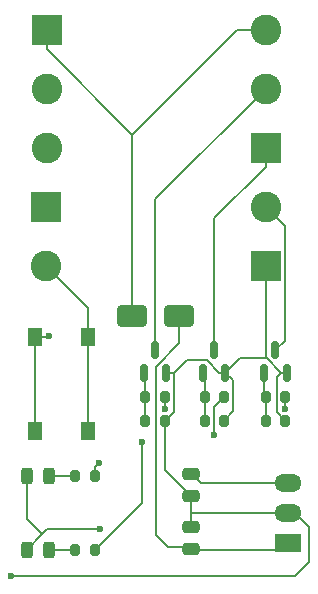
<source format=gbr>
%TF.GenerationSoftware,KiCad,Pcbnew,8.0.6-8.0.6-0~ubuntu24.04.1*%
%TF.CreationDate,2024-10-21T11:40:19+11:00*%
%TF.ProjectId,PCB-Receiver,5043422d-5265-4636-9569-7665722e6b69,rev?*%
%TF.SameCoordinates,Original*%
%TF.FileFunction,Copper,L1,Top*%
%TF.FilePolarity,Positive*%
%FSLAX46Y46*%
G04 Gerber Fmt 4.6, Leading zero omitted, Abs format (unit mm)*
G04 Created by KiCad (PCBNEW 8.0.6-8.0.6-0~ubuntu24.04.1) date 2024-10-21 11:40:19*
%MOMM*%
%LPD*%
G01*
G04 APERTURE LIST*
G04 Aperture macros list*
%AMRoundRect*
0 Rectangle with rounded corners*
0 $1 Rounding radius*
0 $2 $3 $4 $5 $6 $7 $8 $9 X,Y pos of 4 corners*
0 Add a 4 corners polygon primitive as box body*
4,1,4,$2,$3,$4,$5,$6,$7,$8,$9,$2,$3,0*
0 Add four circle primitives for the rounded corners*
1,1,$1+$1,$2,$3*
1,1,$1+$1,$4,$5*
1,1,$1+$1,$6,$7*
1,1,$1+$1,$8,$9*
0 Add four rect primitives between the rounded corners*
20,1,$1+$1,$2,$3,$4,$5,0*
20,1,$1+$1,$4,$5,$6,$7,0*
20,1,$1+$1,$6,$7,$8,$9,0*
20,1,$1+$1,$8,$9,$2,$3,0*%
G04 Aperture macros list end*
%TA.AperFunction,SMDPad,CuDef*%
%ADD10RoundRect,0.250000X-0.475000X0.250000X-0.475000X-0.250000X0.475000X-0.250000X0.475000X0.250000X0*%
%TD*%
%TA.AperFunction,SMDPad,CuDef*%
%ADD11RoundRect,0.250000X0.475000X-0.250000X0.475000X0.250000X-0.475000X0.250000X-0.475000X-0.250000X0*%
%TD*%
%TA.AperFunction,ComponentPad*%
%ADD12R,2.600000X2.600000*%
%TD*%
%TA.AperFunction,ComponentPad*%
%ADD13C,2.600000*%
%TD*%
%TA.AperFunction,SMDPad,CuDef*%
%ADD14RoundRect,0.150000X0.150000X-0.587500X0.150000X0.587500X-0.150000X0.587500X-0.150000X-0.587500X0*%
%TD*%
%TA.AperFunction,SMDPad,CuDef*%
%ADD15RoundRect,0.200000X0.200000X0.275000X-0.200000X0.275000X-0.200000X-0.275000X0.200000X-0.275000X0*%
%TD*%
%TA.AperFunction,SMDPad,CuDef*%
%ADD16RoundRect,0.250000X1.000000X0.650000X-1.000000X0.650000X-1.000000X-0.650000X1.000000X-0.650000X0*%
%TD*%
%TA.AperFunction,ComponentPad*%
%ADD17O,2.300000X1.500000*%
%TD*%
%TA.AperFunction,ComponentPad*%
%ADD18R,2.300000X1.500000*%
%TD*%
%TA.AperFunction,SMDPad,CuDef*%
%ADD19RoundRect,0.200000X-0.200000X-0.275000X0.200000X-0.275000X0.200000X0.275000X-0.200000X0.275000X0*%
%TD*%
%TA.AperFunction,SMDPad,CuDef*%
%ADD20R,1.300000X1.550000*%
%TD*%
%TA.AperFunction,SMDPad,CuDef*%
%ADD21RoundRect,0.243750X0.243750X0.456250X-0.243750X0.456250X-0.243750X-0.456250X0.243750X-0.456250X0*%
%TD*%
%TA.AperFunction,ViaPad*%
%ADD22C,0.600000*%
%TD*%
%TA.AperFunction,Conductor*%
%ADD23C,0.200000*%
%TD*%
G04 APERTURE END LIST*
D10*
%TO.P,C2,1*%
%TO.N,+5V*%
X89000000Y-69550000D03*
%TO.P,C2,2*%
%TO.N,GND*%
X89000000Y-71450000D03*
%TD*%
D11*
%TO.P,C1,1*%
%TO.N,Net-(D1-K)*%
X89000000Y-75950000D03*
%TO.P,C1,2*%
%TO.N,GND*%
X89000000Y-74050000D03*
%TD*%
D12*
%TO.P,J5,1,Pin_1*%
%TO.N,GND*%
X95305000Y-51970000D03*
D13*
%TO.P,J5,2,Pin_2*%
%TO.N,/DOWN*%
X95305000Y-46970000D03*
%TD*%
D12*
%TO.P,J3,1,Pin_1*%
%TO.N,+12V*%
X76750000Y-32000000D03*
D13*
%TO.P,J3,2,Pin_2*%
%TO.N,/UP*%
X76750000Y-37000000D03*
%TO.P,J3,3,Pin_3*%
%TO.N,/STOP*%
X76750000Y-42000000D03*
%TD*%
D12*
%TO.P,J1,1,Pin_1*%
%TO.N,/STOP*%
X95305000Y-41970000D03*
D13*
%TO.P,J1,2,Pin_2*%
%TO.N,/UP*%
X95305000Y-36970000D03*
%TO.P,J1,3,Pin_3*%
%TO.N,+12V*%
X95305000Y-31970000D03*
%TD*%
D12*
%TO.P,J2,1,Pin_1*%
%TO.N,/DOWN*%
X76695000Y-47000000D03*
D13*
%TO.P,J2,2,Pin_2*%
%TO.N,GND*%
X76695000Y-52000000D03*
%TD*%
D14*
%TO.P,Q3,1,G*%
%TO.N,Net-(Q3-G)*%
X90000000Y-61000000D03*
%TO.P,Q3,2,S*%
%TO.N,GND*%
X91900000Y-61000000D03*
%TO.P,Q3,3,D*%
%TO.N,/STOP*%
X90950000Y-59125000D03*
%TD*%
D15*
%TO.P,R1,1*%
%TO.N,/CTRL_UP*%
X86775000Y-63062500D03*
%TO.P,R1,2*%
%TO.N,Net-(Q1-G)*%
X85125000Y-63062500D03*
%TD*%
%TO.P,R2,1*%
%TO.N,GND*%
X86775000Y-65062500D03*
%TO.P,R2,2*%
%TO.N,Net-(Q1-G)*%
X85125000Y-65062500D03*
%TD*%
D16*
%TO.P,D1,1,K*%
%TO.N,Net-(D1-K)*%
X88000000Y-56250000D03*
%TO.P,D1,2,A*%
%TO.N,+12V*%
X84000000Y-56250000D03*
%TD*%
D17*
%TO.P,U2,3,VO*%
%TO.N,+5V*%
X97207500Y-70367000D03*
%TO.P,U2,2,GND*%
%TO.N,GND*%
X97207500Y-72907000D03*
D18*
%TO.P,U2,1,VI*%
%TO.N,Net-(D1-K)*%
X97207500Y-75447000D03*
%TD*%
D15*
%TO.P,R5,1*%
%TO.N,/CTRL_STOP*%
X91775000Y-63062500D03*
%TO.P,R5,2*%
%TO.N,Net-(Q3-G)*%
X90125000Y-63062500D03*
%TD*%
%TO.P,R3,1*%
%TO.N,/CTRL_DOWN*%
X96950000Y-63062500D03*
%TO.P,R3,2*%
%TO.N,Net-(Q2-G)*%
X95300000Y-63062500D03*
%TD*%
D19*
%TO.P,R7,1*%
%TO.N,Net-(D2-K)*%
X79175000Y-76000000D03*
%TO.P,R7,2*%
%TO.N,/LED_ACT*%
X80825000Y-76000000D03*
%TD*%
D14*
%TO.P,Q1,1,G*%
%TO.N,Net-(Q1-G)*%
X85000000Y-61000000D03*
%TO.P,Q1,2,S*%
%TO.N,GND*%
X86900000Y-61000000D03*
%TO.P,Q1,3,D*%
%TO.N,/UP*%
X85950000Y-59125000D03*
%TD*%
D15*
%TO.P,R6,1*%
%TO.N,GND*%
X91775000Y-65062500D03*
%TO.P,R6,2*%
%TO.N,Net-(Q3-G)*%
X90125000Y-65062500D03*
%TD*%
D20*
%TO.P,SW1,1,1*%
%TO.N,/CODE*%
X75750000Y-65975000D03*
X75750000Y-58025000D03*
%TO.P,SW1,2,2*%
%TO.N,GND*%
X80250000Y-65975000D03*
X80250000Y-58025000D03*
%TD*%
D19*
%TO.P,R8,1*%
%TO.N,Net-(D3-K)*%
X79175000Y-69750000D03*
%TO.P,R8,2*%
%TO.N,/LED_STATUS*%
X80825000Y-69750000D03*
%TD*%
D14*
%TO.P,Q2,1,G*%
%TO.N,Net-(Q2-G)*%
X95175000Y-61000000D03*
%TO.P,Q2,2,S*%
%TO.N,GND*%
X97075000Y-61000000D03*
%TO.P,Q2,3,D*%
%TO.N,/DOWN*%
X96125000Y-59125000D03*
%TD*%
D21*
%TO.P,D2,1,K*%
%TO.N,Net-(D2-K)*%
X76937500Y-76000000D03*
%TO.P,D2,2,A*%
%TO.N,+3V3*%
X75062500Y-76000000D03*
%TD*%
D15*
%TO.P,R4,1*%
%TO.N,GND*%
X96950000Y-65062500D03*
%TO.P,R4,2*%
%TO.N,Net-(Q2-G)*%
X95300000Y-65062500D03*
%TD*%
D21*
%TO.P,D3,1,K*%
%TO.N,Net-(D3-K)*%
X76937500Y-69750000D03*
%TO.P,D3,2,A*%
%TO.N,+3V3*%
X75062500Y-69750000D03*
%TD*%
D22*
%TO.N,GND*%
X73750000Y-78250000D03*
%TO.N,/CODE*%
X76930900Y-57875000D03*
%TO.N,/LED_STATUS*%
X81151300Y-68692500D03*
%TO.N,/LED_ACT*%
X84793000Y-66857200D03*
%TO.N,/CTRL_STOP*%
X90950000Y-66259100D03*
%TO.N,/CTRL_DOWN*%
X96950000Y-64062500D03*
%TO.N,/CTRL_UP*%
X86775000Y-64069600D03*
%TO.N,+3V3*%
X81250000Y-74250000D03*
%TD*%
D23*
%TO.N,GND*%
X97207500Y-72907000D02*
X97807250Y-72907000D01*
X97807250Y-72907000D02*
X99000000Y-74099750D01*
X99000000Y-77000000D02*
X97750000Y-78250000D01*
X99000000Y-74099750D02*
X99000000Y-77000000D01*
X97750000Y-78250000D02*
X73750000Y-78250000D01*
%TO.N,Net-(D1-K)*%
X89169700Y-75780300D02*
X87030300Y-75780300D01*
X87030300Y-75780300D02*
X86000000Y-74750000D01*
X86000000Y-74750000D02*
X86000000Y-60521948D01*
X86000000Y-60521948D02*
X88000000Y-58521948D01*
X88000000Y-58521948D02*
X88000000Y-56250000D01*
X97207500Y-75447000D02*
X96654500Y-76000000D01*
X96654500Y-76000000D02*
X89389400Y-76000000D01*
X89389400Y-76000000D02*
X89169700Y-75780300D01*
%TO.N,+3V3*%
X81250000Y-74250000D02*
X76812500Y-74250000D01*
X76812500Y-74250000D02*
X76362500Y-74700000D01*
%TO.N,+5V*%
X89817000Y-70367000D02*
X89000000Y-69550000D01*
X97207500Y-70367000D02*
X89817000Y-70367000D01*
%TO.N,/CODE*%
X75750000Y-58025000D02*
X75750000Y-65975000D01*
X75750000Y-58025000D02*
X76701700Y-58025000D01*
X76851700Y-57875000D02*
X76701700Y-58025000D01*
X76930900Y-57875000D02*
X76851700Y-57875000D01*
%TO.N,/LED_STATUS*%
X80825000Y-69018800D02*
X80825000Y-69750000D01*
X81151300Y-68692500D02*
X80825000Y-69018800D01*
%TO.N,/LED_ACT*%
X84793000Y-72032000D02*
X80825000Y-76000000D01*
X84793000Y-66857200D02*
X84793000Y-72032000D01*
%TO.N,/CTRL_STOP*%
X90950000Y-63887500D02*
X91775000Y-63062500D01*
X90950000Y-66259100D02*
X90950000Y-63887500D01*
%TO.N,/CTRL_DOWN*%
X96950000Y-63062500D02*
X96950000Y-64062500D01*
%TO.N,/CTRL_UP*%
X86775000Y-63062500D02*
X86775000Y-64069600D01*
%TO.N,Net-(Q3-G)*%
X90125000Y-65062500D02*
X90125000Y-63062500D01*
X90125000Y-61125000D02*
X90000000Y-61000000D01*
X90125000Y-63062500D02*
X90125000Y-61125000D01*
%TO.N,Net-(Q2-G)*%
X95300000Y-65062500D02*
X95300000Y-63062500D01*
X95175000Y-62937500D02*
X95175000Y-61000000D01*
X95300000Y-63062500D02*
X95175000Y-62937500D01*
%TO.N,Net-(Q1-G)*%
X85125000Y-65062500D02*
X85125000Y-63062500D01*
X85125000Y-61125000D02*
X85000000Y-61000000D01*
X85125000Y-63062500D02*
X85125000Y-61125000D01*
%TO.N,/STOP*%
X90950000Y-47926700D02*
X95305000Y-43571700D01*
X90950000Y-59125000D02*
X90950000Y-47926700D01*
X95305000Y-41970000D02*
X95305000Y-43571700D01*
%TO.N,/DOWN*%
X96906700Y-48571700D02*
X95305000Y-46970000D01*
X96906700Y-58343300D02*
X96906700Y-48571700D01*
X96125000Y-59125000D02*
X96906700Y-58343300D01*
%TO.N,GND*%
X80250000Y-58025000D02*
X80250000Y-65975000D01*
X80250000Y-55555000D02*
X80250000Y-58025000D01*
X76695000Y-52000000D02*
X80250000Y-55555000D01*
X92543200Y-61643200D02*
X91900000Y-61000000D01*
X92543200Y-64294300D02*
X92543200Y-61643200D01*
X91775000Y-65062500D02*
X92543200Y-64294300D01*
X95305000Y-51970000D02*
X95305000Y-53571700D01*
X97207500Y-72907000D02*
X95755800Y-72907000D01*
X89000000Y-72907000D02*
X95755800Y-72907000D01*
X89000000Y-74050000D02*
X89000000Y-72907000D01*
X87533500Y-64304000D02*
X86775000Y-65062500D01*
X87533500Y-61000000D02*
X87533500Y-64304000D01*
X88613700Y-59919800D02*
X87533500Y-61000000D01*
X90307300Y-59919800D02*
X88613700Y-59919800D01*
X91387500Y-61000000D02*
X90307300Y-59919800D01*
X91900000Y-61000000D02*
X91387500Y-61000000D01*
X87533500Y-61000000D02*
X86900000Y-61000000D01*
X89000000Y-72907000D02*
X89000000Y-71450000D01*
X86775000Y-69225000D02*
X86775000Y-65062500D01*
X89000000Y-71450000D02*
X86775000Y-69225000D01*
X93145100Y-59754900D02*
X95305000Y-59754900D01*
X91900000Y-61000000D02*
X93145100Y-59754900D01*
X95305000Y-59754900D02*
X95305000Y-53571700D01*
X96241500Y-61381300D02*
X96622800Y-61000000D01*
X96241500Y-64354000D02*
X96241500Y-61381300D01*
X96950000Y-65062500D02*
X96241500Y-64354000D01*
X95377700Y-59754900D02*
X96622800Y-61000000D01*
X95305000Y-59754900D02*
X95377700Y-59754900D01*
X96622800Y-61000000D02*
X97075000Y-61000000D01*
%TO.N,/UP*%
X85950000Y-46325000D02*
X95305000Y-36970000D01*
X85950000Y-59125000D02*
X85950000Y-46325000D01*
%TO.N,Net-(D3-K)*%
X76937500Y-69750000D02*
X79175000Y-69750000D01*
%TO.N,+3V3*%
X75062500Y-73400000D02*
X76362500Y-74700000D01*
X75062500Y-69750000D02*
X75062500Y-73400000D01*
X76362500Y-74700000D02*
X75062500Y-76000000D01*
%TO.N,Net-(D2-K)*%
X76937500Y-76000000D02*
X79175000Y-76000000D01*
%TO.N,Net-(D1-K)*%
X89169700Y-75780300D02*
X89000000Y-75950000D01*
%TO.N,+12V*%
X76750000Y-32000000D02*
X76750000Y-33601700D01*
X92881700Y-31970000D02*
X84000000Y-40851700D01*
X95305000Y-31970000D02*
X92881700Y-31970000D01*
X84000000Y-56250000D02*
X84000000Y-40851700D01*
X84000000Y-40851700D02*
X76750000Y-33601700D01*
%TD*%
M02*

</source>
